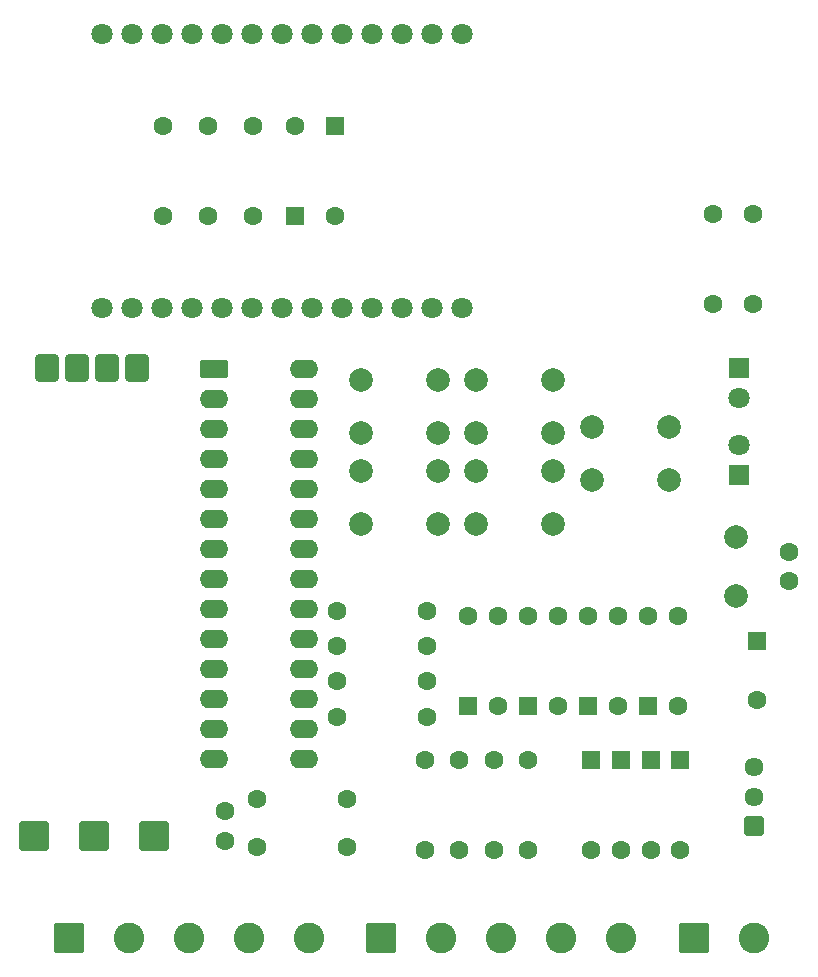
<source format=gbr>
%TF.GenerationSoftware,KiCad,Pcbnew,9.0.3*%
%TF.CreationDate,2026-01-26T07:37:58-05:00*%
%TF.ProjectId,MASTER,4d415354-4552-42e6-9b69-6361645f7063,rev?*%
%TF.SameCoordinates,Original*%
%TF.FileFunction,Soldermask,Bot*%
%TF.FilePolarity,Negative*%
%FSLAX46Y46*%
G04 Gerber Fmt 4.6, Leading zero omitted, Abs format (unit mm)*
G04 Created by KiCad (PCBNEW 9.0.3) date 2026-01-26 07:37:58*
%MOMM*%
%LPD*%
G01*
G04 APERTURE LIST*
G04 Aperture macros list*
%AMRoundRect*
0 Rectangle with rounded corners*
0 $1 Rounding radius*
0 $2 $3 $4 $5 $6 $7 $8 $9 X,Y pos of 4 corners*
0 Add a 4 corners polygon primitive as box body*
4,1,4,$2,$3,$4,$5,$6,$7,$8,$9,$2,$3,0*
0 Add four circle primitives for the rounded corners*
1,1,$1+$1,$2,$3*
1,1,$1+$1,$4,$5*
1,1,$1+$1,$6,$7*
1,1,$1+$1,$8,$9*
0 Add four rect primitives between the rounded corners*
20,1,$1+$1,$2,$3,$4,$5,0*
20,1,$1+$1,$4,$5,$6,$7,0*
20,1,$1+$1,$6,$7,$8,$9,0*
20,1,$1+$1,$8,$9,$2,$3,0*%
G04 Aperture macros list end*
%ADD10C,2.000000*%
%ADD11C,1.600000*%
%ADD12RoundRect,0.250000X-1.050000X-1.050000X1.050000X-1.050000X1.050000X1.050000X-1.050000X1.050000X0*%
%ADD13C,2.600000*%
%ADD14RoundRect,0.250000X-0.550000X0.550000X-0.550000X-0.550000X0.550000X-0.550000X0.550000X0.550000X0*%
%ADD15C,1.800000*%
%ADD16RoundRect,0.102000X0.704000X-0.704000X0.704000X0.704000X-0.704000X0.704000X-0.704000X-0.704000X0*%
%ADD17C,1.612000*%
%ADD18R,1.800000X1.800000*%
%ADD19RoundRect,0.250000X0.550000X-0.550000X0.550000X0.550000X-0.550000X0.550000X-0.550000X-0.550000X0*%
%ADD20RoundRect,0.250000X-0.950000X-0.550000X0.950000X-0.550000X0.950000X0.550000X-0.950000X0.550000X0*%
%ADD21O,2.400000X1.600000*%
%ADD22RoundRect,0.250000X-0.750000X0.900000X-0.750000X-0.900000X0.750000X-0.900000X0.750000X0.900000X0*%
%ADD23RoundRect,0.250000X-1.020000X1.020000X-1.020000X-1.020000X1.020000X-1.020000X1.020000X1.020000X0*%
G04 APERTURE END LIST*
D10*
%TO.C,SW4*%
X79665000Y-73325000D03*
X86165000Y-73325000D03*
X79665000Y-77825000D03*
X86165000Y-77825000D03*
%TD*%
D11*
%TO.C,R11*%
X81123300Y-97865000D03*
X81123300Y-105485000D03*
%TD*%
D10*
%TO.C,C4*%
X101665000Y-83925000D03*
X101665000Y-78925000D03*
%TD*%
D11*
%TO.C,R12*%
X67855000Y-88175000D03*
X75475000Y-88175000D03*
%TD*%
D12*
%TO.C,DIGITAL_INPUTS1*%
X71620000Y-112925000D03*
D13*
X76700000Y-112925000D03*
X81780000Y-112925000D03*
X86860000Y-112925000D03*
X91940000Y-112925000D03*
%TD*%
D12*
%TO.C,MODBUS_OUT1*%
X45160000Y-112925000D03*
D13*
X50240000Y-112925000D03*
X55320000Y-112925000D03*
X60400000Y-112925000D03*
X65480000Y-112925000D03*
%TD*%
D11*
%TO.C,R8*%
X67855000Y-94175000D03*
X75475000Y-94175000D03*
%TD*%
%TO.C,C1*%
X58355000Y-102175000D03*
X58355000Y-104675000D03*
%TD*%
D14*
%TO.C,C3*%
X103415000Y-87772300D03*
D11*
X103415000Y-92772300D03*
%TD*%
D15*
%TO.C,ESP32*%
X47930000Y-59525000D03*
X50470000Y-59525000D03*
X53010000Y-59525000D03*
X55550000Y-59525000D03*
X58090000Y-59525000D03*
X60630000Y-59525000D03*
X63170000Y-59525000D03*
X65710000Y-59525000D03*
X68250000Y-59525000D03*
X70790000Y-59525000D03*
X73330000Y-59525000D03*
X75870000Y-59525000D03*
X78410000Y-59525000D03*
X47930000Y-36325000D03*
X50470000Y-36325000D03*
X53010000Y-36325000D03*
X55550000Y-36325000D03*
X58090000Y-36325000D03*
X60630000Y-36325000D03*
X63170000Y-36325000D03*
X65710000Y-36325000D03*
X68250000Y-36325000D03*
X70790000Y-36325000D03*
X73330000Y-36325000D03*
X75870000Y-36325000D03*
X78410000Y-36325000D03*
%TD*%
D10*
%TO.C,SW2*%
X69915000Y-73325000D03*
X76415000Y-73325000D03*
X69915000Y-77825000D03*
X76415000Y-77825000D03*
%TD*%
D12*
%TO.C,PWR_IN1*%
X98080000Y-112925000D03*
D13*
X103160000Y-112925000D03*
%TD*%
D11*
%TO.C,R0*%
X53115000Y-51735000D03*
X53115000Y-44115000D03*
%TD*%
%TO.C,R10*%
X67855000Y-91175000D03*
X75475000Y-91175000D03*
%TD*%
D10*
%TO.C,SW1*%
X69915000Y-65675000D03*
X76415000Y-65675000D03*
X69915000Y-70175000D03*
X76415000Y-70175000D03*
%TD*%
D11*
%TO.C,R6*%
X60765000Y-44115000D03*
X60765000Y-51735000D03*
%TD*%
%TO.C,R2*%
X99665000Y-51615000D03*
X99665000Y-59235000D03*
%TD*%
%TO.C,R4*%
X61105000Y-105175000D03*
X68725000Y-105175000D03*
%TD*%
D10*
%TO.C,SW5*%
X89465000Y-69600000D03*
X95965000Y-69600000D03*
X89465000Y-74100000D03*
X95965000Y-74100000D03*
%TD*%
D16*
%TO.C,S1*%
X103165000Y-103425000D03*
D17*
X103165000Y-100925000D03*
X103165000Y-98425000D03*
%TD*%
D11*
%TO.C,R1*%
X56940000Y-51735000D03*
X56940000Y-44115000D03*
%TD*%
D14*
%TO.C,D7*%
X91915000Y-97865000D03*
D11*
X91915000Y-105485000D03*
%TD*%
D18*
%TO.C,D1*%
X101945000Y-73700000D03*
D15*
X101945000Y-71160000D03*
%TD*%
D14*
%TO.C,D8*%
X94415000Y-97865000D03*
D11*
X94415000Y-105485000D03*
%TD*%
D19*
%TO.C,U5*%
X84060000Y-93230000D03*
D11*
X86600000Y-93230000D03*
X86600000Y-85610000D03*
X84060000Y-85610000D03*
%TD*%
D14*
%TO.C,D4*%
X67665000Y-44115000D03*
D11*
X67665000Y-51735000D03*
%TD*%
D18*
%TO.C,D2*%
X101915000Y-64635000D03*
D15*
X101915000Y-67175000D03*
%TD*%
D11*
%TO.C,C5*%
X106165000Y-82675000D03*
X106165000Y-80175000D03*
%TD*%
D20*
%TO.C,U1*%
X57415000Y-64735000D03*
D21*
X57415000Y-67275000D03*
X57415000Y-69815000D03*
X57415000Y-72355000D03*
X57415000Y-74895000D03*
X57415000Y-77435000D03*
X57415000Y-79975000D03*
X57415000Y-82515000D03*
X57415000Y-85055000D03*
X57415000Y-87595000D03*
X57415000Y-90135000D03*
X57415000Y-92675000D03*
X57415000Y-95215000D03*
X57415000Y-97755000D03*
X65035000Y-97755000D03*
X65035000Y-95215000D03*
X65035000Y-92675000D03*
X65035000Y-90135000D03*
X65035000Y-87595000D03*
X65035000Y-85055000D03*
X65035000Y-82515000D03*
X65035000Y-79975000D03*
X65035000Y-77435000D03*
X65035000Y-74895000D03*
X65035000Y-72355000D03*
X65035000Y-69815000D03*
X65035000Y-67275000D03*
X65035000Y-64735000D03*
%TD*%
D19*
%TO.C,U7*%
X94220000Y-93230000D03*
D11*
X96760000Y-93230000D03*
X96760000Y-85610000D03*
X94220000Y-85610000D03*
%TD*%
%TO.C,R13*%
X84000000Y-97865000D03*
X84000000Y-105485000D03*
%TD*%
D19*
%TO.C,U6*%
X89140000Y-93230000D03*
D11*
X91680000Y-93230000D03*
X91680000Y-85610000D03*
X89140000Y-85610000D03*
%TD*%
D22*
%TO.C,U2*%
X50915000Y-64625000D03*
X48375000Y-64625000D03*
X45835000Y-64625000D03*
X43295000Y-64625000D03*
D23*
X52415000Y-104225000D03*
X47335000Y-104225000D03*
X42255000Y-104225000D03*
%TD*%
D11*
%TO.C,R9*%
X78206700Y-97865000D03*
X78206700Y-105485000D03*
%TD*%
D14*
%TO.C,D9*%
X96915000Y-97865000D03*
D11*
X96915000Y-105485000D03*
%TD*%
D10*
%TO.C,SW3*%
X79665000Y-65675000D03*
X86165000Y-65675000D03*
X79665000Y-70175000D03*
X86165000Y-70175000D03*
%TD*%
D11*
%TO.C,R5*%
X68725000Y-101125000D03*
X61105000Y-101125000D03*
%TD*%
D14*
%TO.C,D6*%
X89415000Y-97865000D03*
D11*
X89415000Y-105485000D03*
%TD*%
%TO.C,R14*%
X67855000Y-85175000D03*
X75475000Y-85175000D03*
%TD*%
%TO.C,R3*%
X103115000Y-51615000D03*
X103115000Y-59235000D03*
%TD*%
%TO.C,R7*%
X75290000Y-97865000D03*
X75290000Y-105485000D03*
%TD*%
D19*
%TO.C,U4*%
X78980000Y-93230000D03*
D11*
X81520000Y-93230000D03*
X81520000Y-85610000D03*
X78980000Y-85610000D03*
%TD*%
D19*
%TO.C,D3*%
X64340000Y-51735000D03*
D11*
X64340000Y-44115000D03*
%TD*%
M02*

</source>
